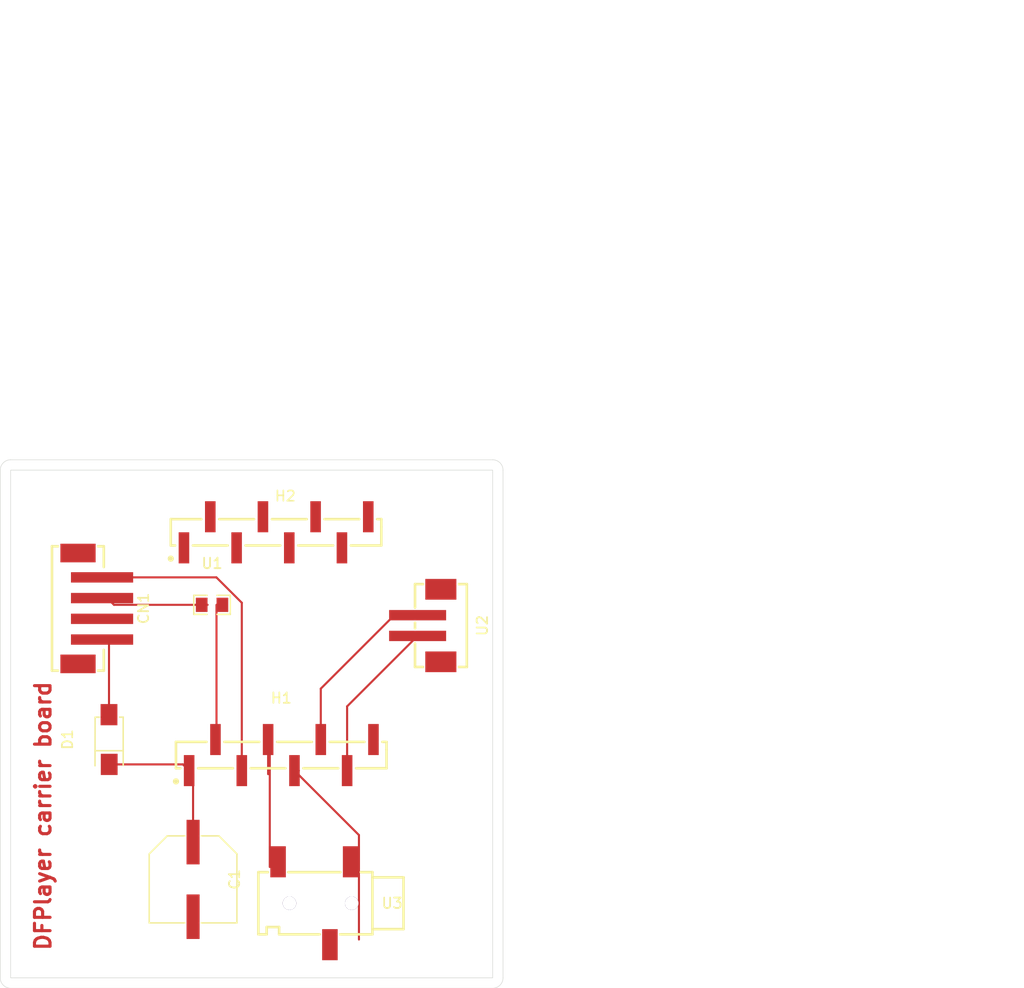
<source format=kicad_pcb>
(kicad_pcb (version 20241229) (generator "pcbnew") (generator_version "9.0")
  (layers (0 "F.Cu" signal) (2 "B.Cu" signal) (13 "F.Paste" user) (15 "B.Paste" user) (5 "F.SilkS" user "F.Silkscreen") (7 "B.SilkS" user "B.Silkscreen") (1 "F.Mask" user) (3 "B.Mask" user) (25 "Edge.Cuts" user))
  (net 0 "")
  (net 1 "footprint-_4")
  (net 2 "df_header_right-_5")
  (net 3 "footprint-_6")
  (net 4 "df_header_right-_4")
  (net 5 "df_header_right-_2")
  (net 6 "footprint-_3-1")
  (net 7 "footprint-_5")
  (net 8 "df_header_right-_3")
  (net 9 "df_header_right-_1")
  (net 10 "df_header_left-_2-1")
  (net 11 "gnd")
  (net 12 "df_header_left-_1")
  (net 13 "v_in_5v")
  (net 15 "RING")
  (net 16 "v_dfplayer")
  (net 17 "df_header_left-_3")
  (net 18 "_7")
  (net 19 "TIP")
  (net 20 "df_header_right-_6")
  (net 21 "net")
  (net 22 "df_header_left-_2-0")
  (net 23 "footprint-_3-0")
  (footprint "hanxia_HX_PM2_54_1x8P_TP_H8_5_ZQ:HDR-SMD_8P-P2.54-V-F-LS4.7" (layer "F.Cu") (at 152.61 81 0)
    (property "Reference" "H2" (at 0.89 -3.5 0) (layer "F.SilkS") (hide no))
    (property "Value" "")
    (fp_line (start -10.16 -1.27) (end -7.22 -1.27) (stroke (width 0.25)) (layer "F.SilkS"))
    (fp_line (start -10.16 1.27) (end -10.16 -1.27) (stroke (width 0.25)) (layer "F.SilkS"))
    (fp_line (start -9.75 1.27) (end -10.16 1.27) (stroke (width 0.25)) (layer "F.SilkS"))
    (fp_line (start -5.49 -1.27) (end -2.13 -1.27) (stroke (width 0.25)) (layer "F.SilkS"))
    (fp_line (start -4.67 1.27) (end -8.02 1.27) (stroke (width 0.25)) (layer "F.SilkS"))
    (fp_line (start -0.4 -1.27) (end 2.95 -1.27) (stroke (width 0.25)) (layer "F.SilkS"))
    (fp_line (start 0.4 1.27) (end -2.95 1.27) (stroke (width 0.25)) (layer "F.SilkS"))
    (fp_line (start 4.67 -1.27) (end 8.02 -1.27) (stroke (width 0.25)) (layer "F.SilkS"))
    (fp_line (start 5.49 1.27) (end 2.13 1.27) (stroke (width 0.25)) (layer "F.SilkS"))
    (fp_line (start 7.22 1.27) (end 10.15 1.27) (stroke (width 0.25)) (layer "F.SilkS"))
    (fp_line (start 10.15 -1.27) (end 9.75 -1.27) (stroke (width 0.25)) (layer "F.SilkS"))
    (fp_line (start 10.15 -1.27) (end 10.15 -0.51) (stroke (width 0.25)) (layer "F.SilkS"))
    (fp_line (start 10.15 -0.51) (end 10.15 1.27) (stroke (width 0.25)) (layer "F.SilkS"))
    (fp_circle (center -10.16 2.54) (end -10.01 2.54) (stroke (width 0.3)) (fill no) (layer "F.SilkS"))
    (pad "1" smd rect (at -8.89 1.5 180) (size 1.02 3) (layers "F.Cu" "F.Mask" "F.Paste") (net 9 "df_header_right-_1"))
    (pad "2" smd rect (at -6.35 -1.5 180) (size 1.02 3) (layers "F.Cu" "F.Mask" "F.Paste") (net 5 "df_header_right-_2"))
    (pad "3" smd rect (at -3.81 1.5 180) (size 1.02 3) (layers "F.Cu" "F.Mask" "F.Paste") (net 8 "df_header_right-_3"))
    (pad "4" smd rect (at -1.27 -1.5 180) (size 1.02 3) (layers "F.Cu" "F.Mask" "F.Paste") (net 4 "df_header_right-_4"))
    (pad "5" smd rect (at 1.27 1.5 180) (size 1.02 3) (layers "F.Cu" "F.Mask" "F.Paste") (net 2 "df_header_right-_5"))
    (pad "6" smd rect (at 3.81 -1.5 180) (size 1.02 3) (layers "F.Cu" "F.Mask" "F.Paste") (net 20 "df_header_right-_6"))
    (pad "7" smd rect (at 6.35 1.5 180) (size 1.02 3) (layers "F.Cu" "F.Mask" "F.Paste") (net 18 "_7"))
    (pad "8" smd rect (at 8.89 -1.5 180) (size 1.02 3) (layers "F.Cu" "F.Mask" "F.Paste") (net 11 "gnd"))
  )
  (footprint "JST_Sales_America_B4B_PH_SM4_TB_LF__SN:CONN-SMD_B4B-PH-SM4-TB-LF-SN" (layer "F.Cu") (at 134.66 88.35 -90)
    (property "Reference" "CN1" (at 0 -5.16 90) (layer "F.SilkS") (hide no))
    (property "Value" "")
    (fp_line (start -6 3.67) (end -6 3.09) (stroke (width 0.25)) (layer "F.SilkS"))
    (fp_line (start 6 3.67) (end -6 3.67) (stroke (width 0.25)) (layer "F.SilkS"))
    (fp_line (start 6 3.09) (end 6 3.67) (stroke (width 0.25)) (layer "F.SilkS"))
    (fp_line (start -6 -1.33) (end -6 -0.77) (stroke (width 0.25)) (layer "F.SilkS"))
    (fp_line (start -6 -1.33) (end -4 -1.33) (stroke (width 0.25)) (layer "F.SilkS"))
    (fp_line (start 4 -1.33) (end 6 -1.33) (stroke (width 0.25)) (layer "F.SilkS"))
    (fp_line (start 6 -1.33) (end 6 -0.77) (stroke (width 0.25)) (layer "F.SilkS"))
    (fp_text user "${REFERENCE}" (at 0 -5.16 90) (layer "F.SilkS"))
    (pad "1" smd rect (at 3 -1.16 90) (size 1 6) (layers "F.Cu" "F.Mask" "F.Paste") (net 13 "v_in_5v"))
    (pad "2" smd rect (at 1 -1.16 90) (size 1 6) (layers "F.Cu" "F.Mask" "F.Paste") (net 11 "gnd"))
    (pad "3" smd rect (at -1 -1.16 90) (size 1 6) (layers "F.Cu" "F.Mask" "F.Paste") (net 23 "footprint-_3-0"))
    (pad "4" smd rect (at -3 -1.16 90) (size 1 6) (layers "F.Cu" "F.Mask" "F.Paste") (net 17 "df_header_left-_3"))
    (pad "5" smd rect (at -5.35 1.16 270) (size 1.8 3.4) (layers "F.Cu" "F.Mask" "F.Paste") (net 7 "footprint-_5"))
    (pad "6" smd rect (at 5.35 1.16 270) (size 1.8 3.4) (layers "F.Cu" "F.Mask" "F.Paste") (net 3 "footprint-_6"))
  )
  (footprint "hongjiacheng_M1:SMA_L4.3-W2.6-LS5.0-RD" (layer "F.Cu") (at 136.5 101 90)
    (property "Reference" "D1" (at 0 -4.01 90) (layer "F.SilkS") (hide no))
    (property "Value" "")
    (fp_line (start -1.08 -1.36) (end -1.08 1.36) (stroke (width 0.15)) (layer "F.SilkS"))
    (fp_line (start -2.53 -1.36) (end 2.16 -1.35) (stroke (width 0.15)) (layer "F.SilkS"))
    (fp_line (start 2.16 -1.27) (end 2.16 -0.92) (stroke (width 0.15)) (layer "F.SilkS"))
    (fp_line (start 2.16 1.36) (end 2.16 1.01) (stroke (width 0.15)) (layer "F.SilkS"))
    (fp_line (start -2.5 1.36) (end 2.16 1.36) (stroke (width 0.15)) (layer "F.SilkS"))
    (fp_text user "${REFERENCE}" (at 0 -4.01 90) (layer "F.SilkS"))
    (pad "1" smd rect (at -2.4 0.01 90) (size 2.05 1.62) (layers "F.Cu" "F.Mask" "F.Paste") (net 16 "v_dfplayer"))
    (pad "2" smd rect (at 2.4 -0.01 270) (size 2.05 1.62) (layers "F.Cu" "F.Mask" "F.Paste") (net 13 "v_in_5v"))
  )
  (footprint "UNI_ROYAL_0805W8F1001T5E:R0805" (layer "F.Cu") (at 146.43 88 0)
    (property "Reference" "U1" (at 0 -4 0) (layer "F.SilkS") (hide no))
    (property "Value" "1kΩ ±1% 125mW")
    (fp_line (start 0.48 0.92) (end 1.76 0.92) (stroke (width 0.15)) (layer "F.SilkS"))
    (fp_line (start 1.76 0.92) (end 1.76 -0.92) (stroke (width 0.15)) (layer "F.SilkS"))
    (fp_line (start 1.76 -0.92) (end 0.48 -0.92) (stroke (width 0.15)) (layer "F.SilkS"))
    (fp_line (start -0.48 0.92) (end -1.76 0.92) (stroke (width 0.15)) (layer "F.SilkS"))
    (fp_line (start -1.76 0.92) (end -1.76 -0.92) (stroke (width 0.15)) (layer "F.SilkS"))
    (fp_line (start -1.76 -0.92) (end -0.48 -0.92) (stroke (width 0.15)) (layer "F.SilkS"))
    (fp_text user "${REFERENCE}" (at 0 -4 0) (layer "F.SilkS"))
    (pad "2" smd rect (at 1 0 0) (size 1.13 1.38) (layers "F.Cu" "F.Paste" "F.Mask") (net 22 "df_header_left-_2-0"))
    (pad "1" smd rect (at -1 0 0) (size 1.13 1.38) (layers "F.Cu" "F.Paste" "F.Mask") (net 23 "footprint-_3-0"))
  )
  (footprint "hanxia_HX_PM2_54_1x8P_TP_H8_5_ZQ:HDR-SMD_8P-P2.54-V-F-LS4.7" (layer "F.Cu") (at 153.11 102.5 0)
    (property "Reference" "H1" (at 0 -5.5 0) (layer "F.SilkS") (hide no))
    (property "Value" "")
    (fp_line (start -10.16 -1.27) (end -7.22 -1.27) (stroke (width 0.25)) (layer "F.SilkS"))
    (fp_line (start -10.16 1.27) (end -10.16 -1.27) (stroke (width 0.25)) (layer "F.SilkS"))
    (fp_line (start -9.75 1.27) (end -10.16 1.27) (stroke (width 0.25)) (layer "F.SilkS"))
    (fp_line (start -5.49 -1.27) (end -2.13 -1.27) (stroke (width 0.25)) (layer "F.SilkS"))
    (fp_line (start -4.67 1.27) (end -8.02 1.27) (stroke (width 0.25)) (layer "F.SilkS"))
    (fp_line (start -0.4 -1.27) (end 2.95 -1.27) (stroke (width 0.25)) (layer "F.SilkS"))
    (fp_line (start 0.4 1.27) (end -2.95 1.27) (stroke (width 0.25)) (layer "F.SilkS"))
    (fp_line (start 4.67 -1.27) (end 8.02 -1.27) (stroke (width 0.25)) (layer "F.SilkS"))
    (fp_line (start 5.49 1.27) (end 2.13 1.27) (stroke (width 0.25)) (layer "F.SilkS"))
    (fp_line (start 7.22 1.27) (end 10.15 1.27) (stroke (width 0.25)) (layer "F.SilkS"))
    (fp_line (start 10.15 -1.27) (end 9.75 -1.27) (stroke (width 0.25)) (layer "F.SilkS"))
    (fp_line (start 10.15 -1.27) (end 10.15 -0.51) (stroke (width 0.25)) (layer "F.SilkS"))
    (fp_line (start 10.15 -0.51) (end 10.15 1.27) (stroke (width 0.25)) (layer "F.SilkS"))
    (fp_circle (center -10.16 2.54) (end -10.01 2.54) (stroke (width 0.3)) (fill no) (layer "F.SilkS"))
    (fp_text user "${REFERENCE}" (at 0 -5.5 0) (layer "F.SilkS"))
    (pad "1" smd rect (at -8.89 1.5 180) (size 1.02 3) (layers "F.Cu" "F.Mask" "F.Paste") (net 16 "v_dfplayer"))
    (pad "2" smd rect (at -6.35 -1.5 180) (size 1.02 3) (layers "F.Cu" "F.Mask" "F.Paste") (net 22 "df_header_left-_2-0"))
    (pad "3" smd rect (at -3.81 1.5 180) (size 1.02 3) (layers "F.Cu" "F.Mask" "F.Paste") (net 17 "df_header_left-_3"))
    (pad "4" smd rect (at -1.27 -1.5 180) (size 1.02 3) (layers "F.Cu" "F.Mask" "F.Paste") (net 19 "TIP"))
    (pad "5" smd rect (at 1.27 1.5 180) (size 1.02 3) (layers "F.Cu" "F.Mask" "F.Paste") (net 15 "RING"))
    (pad "6" smd rect (at 3.81 -1.5 180) (size 1.02 3) (layers "F.Cu" "F.Mask" "F.Paste") (net 12 "df_header_left-_1"))
    (pad "7" smd rect (at 6.35 1.5 180) (size 1.02 3) (layers "F.Cu" "F.Mask" "F.Paste") (net 10 "df_header_left-_2-1"))
    (pad "8" smd rect (at 8.89 -1.5 180) (size 1.02 3) (layers "F.Cu" "F.Mask" "F.Paste") (net 11 "gnd"))
  )
  (footprint "JST_Sales_America_B2B_PH_SM4_TBT_LF__SN:CONN-SMD_B2B-PH-SM4-TBT-LF-SN" (layer "F.Cu") (at 167.38 90 -90)
    (property "Reference" "U2" (at 0 -5.12 90) (layer "F.SilkS") (hide no))
    (property "Value" "")
    (fp_line (start -4 1.37) (end -1.73 1.37) (stroke (width 0.25)) (layer "F.SilkS"))
    (fp_line (start -0.27 1.37) (end 0.27 1.37) (stroke (width 0.25)) (layer "F.SilkS"))
    (fp_line (start 1.73 1.37) (end 4 1.37) (stroke (width 0.25)) (layer "F.SilkS"))
    (fp_line (start 4 1.37) (end 4 0.6) (stroke (width 0.25)) (layer "F.SilkS"))
    (fp_line (start -4 0.6) (end -4 1.37) (stroke (width 0.25)) (layer "F.SilkS"))
    (fp_line (start 4 -2.86) (end 4 -3.63) (stroke (width 0.25)) (layer "F.SilkS"))
    (fp_line (start -4 -3.63) (end -4 -2.86) (stroke (width 0.25)) (layer "F.SilkS"))
    (fp_line (start -4 -3.63) (end 4 -3.63) (stroke (width 0.25)) (layer "F.SilkS"))
    (fp_text user "${REFERENCE}" (at 0 -5.12 90) (layer "F.SilkS"))
    (pad "1" smd rect (at -1 1.12 270) (size 1 5.5) (layers "F.Cu" "F.Mask" "F.Paste") (net 12 "df_header_left-_1"))
    (pad "2" smd rect (at 1 1.12 270) (size 1 5.5) (layers "F.Cu" "F.Mask" "F.Paste") (net 10 "df_header_left-_2-1"))
    (pad "3" smd rect (at 3.5 -1.12 270) (size 2 3) (layers "F.Cu" "F.Mask" "F.Paste") (net 6 "footprint-_3-1"))
    (pad "4" smd rect (at -3.5 -1.12 270) (size 2 3) (layers "F.Cu" "F.Mask" "F.Paste") (net 1 "footprint-_4"))
  )
  (footprint "PANASONIC_EEEFK1A471AP:CAP-SMD_BD8.0-L8.3-W8.3-LS9.9-FD" (layer "F.Cu") (at 144.6 114.5 -90)
    (property "Reference" "C1" (at 0 -4 90) (layer "F.SilkS") (hide no))
    (property "Value" "")
    (fp_line (start -2.46 4.23) (end -4.2 2.49) (stroke (width 0.15)) (layer "F.SilkS"))
    (fp_line (start 4.2 4.23) (end -2.46 4.23) (stroke (width 0.15)) (layer "F.SilkS"))
    (fp_line (start -4.2 2.49) (end -4.2 0.78) (stroke (width 0.15)) (layer "F.SilkS"))
    (fp_line (start 4.2 0.78) (end 4.2 4.23) (stroke (width 0.15)) (layer "F.SilkS"))
    (fp_line (start 4.2 -0.78) (end 4.2 -4.23) (stroke (width 0.15)) (layer "F.SilkS"))
    (fp_line (start -4.2 -2.49) (end -4.2 -0.78) (stroke (width 0.15)) (layer "F.SilkS"))
    (fp_line (start -2.46 -4.23) (end -4.2 -2.49) (stroke (width 0.15)) (layer "F.SilkS"))
    (fp_line (start 4.2 -4.23) (end -2.46 -4.23) (stroke (width 0.15)) (layer "F.SilkS"))
    (fp_text user "${REFERENCE}" (at 0 -4 90) (layer "F.SilkS"))
    (pad "1" smd rect (at -3.6 0 270) (size 4.3 1.26) (layers "F.Cu" "F.Mask" "F.Paste") (net 16 "v_dfplayer"))
    (pad "2" smd rect (at 3.6 0 270) (size 4.3 1.26) (layers "F.Cu" "F.Mask" "F.Paste") (net 11 "gnd"))
  )
  (footprint "SOFNG_PJ_320B:AUDIO-SMD_PJ-320B" (layer "F.Cu") (at 156.3 116.8 -90)
    (property "Reference" "U3" (at 0 -7.5 0) (layer "F.SilkS") (hide no))
    (property "Value" "")
    (fp_line (start -3 -5.6) (end 3 -5.6) (stroke (width 0.25)) (layer "F.SilkS"))
    (fp_line (start 3 5.4) (end -3 5.4) (stroke (width 0.25)) (layer "F.SilkS"))
    (fp_line (start -2.5 -5.6) (end -2.5 -8.6) (stroke (width 0.25)) (layer "F.SilkS"))
    (fp_line (start -2.5 -8.6) (end 2.5 -8.6) (stroke (width 0.25)) (layer "F.SilkS"))
    (fp_line (start 2.5 -5.6) (end 2.5 -8.6) (stroke (width 0.25)) (layer "F.SilkS"))
    (fp_line (start 3 3.4) (end 2.3 3.4) (stroke (width 0.25)) (layer "F.SilkS"))
    (fp_line (start 2.3 3.4) (end 2.3 4.6) (stroke (width 0.25)) (layer "F.SilkS"))
    (fp_line (start 2.3 4.6) (end 3 4.6) (stroke (width 0.25)) (layer "F.SilkS"))
    (fp_line (start 3 4.6) (end 3 5.4) (stroke (width 0.25)) (layer "F.SilkS"))
    (fp_line (start -3 -5.6) (end -3 -4.48) (stroke (width 0.25)) (layer "F.SilkS"))
    (fp_line (start -3 -2.52) (end -3 2.52) (stroke (width 0.25)) (layer "F.SilkS"))
    (fp_line (start -3 4.48) (end -3 5.4) (stroke (width 0.25)) (layer "F.SilkS"))
    (fp_line (start 3 -5.6) (end 3 -2.48) (stroke (width 0.25)) (layer "F.SilkS"))
    (fp_line (start 3 -0.52) (end 3 3.4) (stroke (width 0.25)) (layer "F.SilkS"))
    (fp_text user "${REFERENCE}" (at 0 -7.5 0) (layer "F.SilkS"))
    (pad "1" smd rect (at -4 -3.5 -90) (size 3 1.5) (layers "F.Cu" "F.Paste" "F.Mask") (net 19 "TIP"))
    (pad "2" smd rect (at 4 -1.5 -90) (size 3 1.5) (layers "F.Cu" "F.Paste" "F.Mask") (net 15 "RING"))
    (pad "3" smd rect (at -4 3.5 -90) (size 3 1.5) (layers "F.Cu" "F.Paste" "F.Mask") (net 11 "gnd"))
    (pad "" thru_hole circle (at 0 -3.6 -90) (size 1.3 1.3) (drill 1.3) (layers "*.Cu" "*.Mask") (net 21 "net"))
    (pad "" thru_hole circle (at 0 2.4 -90) (size 1.3 1.3) (drill 1.3) (layers "*.Cu" "*.Mask") (net 21 "net"))
  )
  (segment (start 159.46 97.8) (end 159.46 104) (width 0.2) (net 10) (layer "F.Cu"))
  (segment (start 166.26 91) (end 159.46 97.8) (width 0.2) (net 10) (layer "F.Cu"))
  (segment (start 164.01 89) (end 166.26 89) (width 0.2) (net 12) (layer "F.Cu"))
  (segment (start 156.92 96.09) (end 164.01 89) (width 0.2) (net 12) (layer "F.Cu"))
  (segment (start 156.92 101) (end 156.92 96.09) (width 0.2) (net 12) (layer "F.Cu"))
  (segment (start 136.49 98.6) (end 136.49 91.52) (width 0.2) (net 13) (layer "F.Cu"))
  (segment (start 136.49 91.52) (end 136.32 91.35) (width 0.2) (net 13) (layer "F.Cu"))
  (segment (start 160.6 120.3) (end 160.6 110.22) (width 0.2) (net 15) (layer "F.Cu"))
  (segment (start 160.6 110.22) (end 154.38 104) (width 0.2) (net 15) (layer "F.Cu"))
  (segment (start 154.38 104) (end 154.802 104) (width 0.2) (net 15) (layer "F.Cu"))
  (segment (start 136.51 103.4) (end 143.62 103.4) (width 0.2) (net 16) (layer "F.Cu"))
  (segment (start 144.6 110.9) (end 144.6 104.38) (width 0.2) (net 16) (layer "F.Cu"))
  (segment (start 144.6 104.38) (end 144.22 104) (width 0.2) (net 16) (layer "F.Cu"))
  (segment (start 143.62 103.4) (end 144.22 104) (width 0.2) (net 16) (layer "F.Cu"))
  (segment (start 149.3 87.8) (end 146.85 85.35) (width 0.2) (net 17) (layer "F.Cu"))
  (segment (start 149.3 104) (end 149.3 87.8) (width 0.2) (net 17) (layer "F.Cu"))
  (segment (start 146.85 85.35) (end 136.32 85.35) (width 0.2) (net 17) (layer "F.Cu"))
  (segment (start 152 101.16) (end 151.84 101) (width 0.2) (net 19) (layer "F.Cu"))
  (segment (start 151.84 104.34) (end 151.84 101) (width 0.2) (net 19) (layer "F.Cu"))
  (segment (start 152 113.3) (end 152 101.16) (width 0.2) (net 19) (layer "F.Cu"))
  (segment (start 146.86 88) (end 146.86 100.9) (width 0.2) (net 22) (layer "F.Cu"))
  (segment (start 146.86 100.9) (end 146.76 101) (width 0.2) (net 22) (layer "F.Cu"))
  (segment (start 136.97 88) (end 136.32 87.35) (width 0.2) (net 23) (layer "F.Cu"))
  (segment (start 146 88) (end 136.97 88) (width 0.2) (net 23) (layer "F.Cu"))
  (gr_line (start 126 124) (end 126 75) (stroke (width 0.05)) (layer "Edge.Cuts"))
  (gr_line (start 173.5 125) (end 127 125) (stroke (width 0.05)) (layer "Edge.Cuts"))
  (gr_line (start 174.5 75) (end 174.5 124) (stroke (width 0.05)) (layer "Edge.Cuts"))
  (gr_line (start 127 74) (end 173.5 74) (stroke (width 0.05)) (layer "Edge.Cuts"))
  (gr_arc (start 127 125) (mid 126.292893 124.707107) (end 126 124) (stroke (width 0.05)) (layer "Edge.Cuts"))
  (gr_arc (start 126 75) (mid 126.292893 74.292893) (end 127 74) (stroke (width 0.05)) (layer "Edge.Cuts"))
  (gr_arc (start 174.5 124) (mid 174.207107 124.707107) (end 173.5 125) (stroke (width 0.05)) (layer "Edge.Cuts"))
  (gr_arc (start 173.5 74) (mid 174.207107 74.292893) (end 174.5 75) (stroke (width 0.05)) (layer "Edge.Cuts"))
  (gr_rect (start 127 75) (end 173.5 124) (stroke (width 0.05)) (fill no) (layer "Edge.Cuts"))
  (gr_text "DFPlayer carrier board" (at 131 121.5 90) (layer "F.Cu") (effects (font (size 1.5 1.5) (thickness 0.3) (bold yes)) (justify left bottom)))
)
</source>
